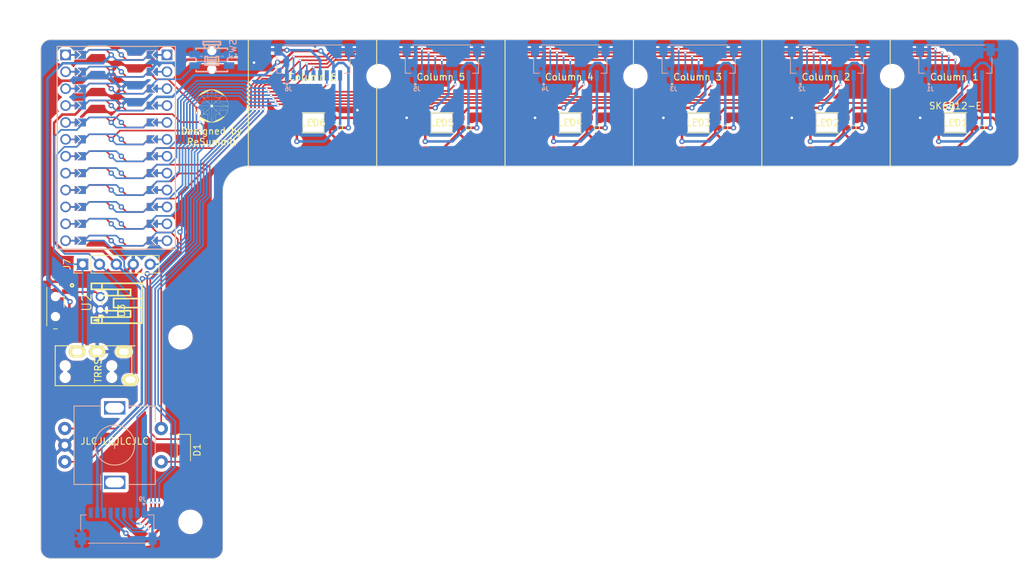
<source format=kicad_pcb>
(kicad_pcb (version 20221018) (generator pcbnew)
  (layers (0 "F.Cu" signal) (31 "B.Cu" signal) (34 "B.Paste" user) (35 "F.Paste" user) (36 "B.SilkS" user "B.Silkscreen") (37 "F.SilkS" user "F.Silkscreen") (38 "B.Mask" user) (39 "F.Mask" user) (44 "Edge.Cuts" user))
  (net 0 "")
  (net 1 "GND")
  (net 2 "/Row1")
  (net 3 "/Row2")
  (net 4 "/Row3")
  (net 5 "/Row4")
  (net 6 "/V+")
  (net 7 "SCL")
  (net 8 "SDA")
  (net 9 "/RGB_In1")
  (net 10 "/Col_In1")
  (net 11 "/Col_In2")
  (net 12 "/Col_In3")
  (net 13 "/Col_In4")
  (net 14 "/Col_In5")
  (net 15 "/Col_In6")
  (net 16 "/V_bat")
  (net 17 "RESET")
  (net 18 "ENCA")
  (net 19 "ENCB")
  (net 20 "/RGB_Out1")
  (net 21 "/RGB_In2")
  (net 22 "/RGB_Out2")
  (net 23 "/RGB_In3")
  (net 24 "/RGB_Out3")
  (net 25 "/RGB_In4")
  (net 26 "/RGB_Out4")
  (net 27 "/RGB_In5")
  (net 28 "/RGB_Out5")
  (net 29 "/RGB_In6")
  (net 30 "/RGB_Out6")
  (net 32 "/RGB_In7")
  (net 33 "Net-(U2-PadL2)")
  (net 34 "/RowT")
  (net 35 "Net-(D1-A)")
  (net 36 "CS")
  (net 37 "/Col_InT")
  (net 38 "/RGB_Out7")
  (footprint "Seismos-libs:Hole_M3_3.2mm" (layer "F.Cu") (at 51 64.75)
    (fp_text reference "")
    (fp_text value "Hole_M3_3.2mm")
  )
  (footprint "Seismos-libs:RotaryEncoder_Alps_EC11E-Switch_Vertical_H20mm-keebio_modified" (layer "F.Cu") (at 41.11 80.96)
    (fp_text reference "SW1" hide)
    (fp_text value "RotaryEncoder_Switch")
  )
  (footprint "Seismos-libs:MJ-4PP-9" (layer "F.Cu") (at 32.17 69.025 90)
    (fp_text reference "J8")
    (fp_text value "MJ-4PP-9-Lily58" hide)
  )
  (footprint "Connector_PinHeader_2.54mm:PinHeader_1x05_P2.54mm_Vertical" (layer "F.Cu") (at 36.284 53.766 90)
    (fp_text reference "J7")
    (fp_text value "Conn_01x05_Pin")
  )
  (footprint "Seismos-libs:SW_PCM12SMTR" (layer "F.Cu") (at 32.2 60.132 -90)
    (fp_text reference "U2")
    (fp_text value "MSK-12C02_SMD_SPDT_SWITCH")
  )
  (footprint "Seismos-libs:CONN-TH_S2B-PH-K-S-GW" (layer "F.Cu") (at 38.9495 59.632 -90)
    (fp_text reference "U3")
    (fp_text value "S2B-PH-K-S-GW")
  )
  (footprint "Seismos-libs:Hole_M3_3.2mm" (layer "F.Cu") (at 80.8 25.5)
    (fp_text reference "")
    (fp_text value "Hole_M3_3.2mm")
  )
  (footprint "keyboard_reversible:ProMicro" (layer "F.Cu") (at 41.35 36.256 -90)
    (fp_text reference "U1" hide)
    (fp_text value "ProMicro_2-Lily58-cache-Lily58_Pro-rescue")
  )
  (footprint "Seismos-libs:Hole_M3_3.2mm" (layer "F.Cu") (at 158 25.5)
    (fp_text reference "")
    (fp_text value "Hole_M3_3.2mm")
  )
  (footprint "Seismos-libs:Hole_M3_3.2mm" (layer "F.Cu") (at 52.5 92.5 180)
    (fp_text reference "")
    (fp_text value "Hole_M3_3.2mm")
  )
  (footprint "Seismos-libs:ReSummit_Logo" (layer "F.Cu") (at 55.7 29.975)
    (fp_text reference "G***" hide)
    (fp_text value "LOGO" hide)
  )
  (footprint "Seismos-libs:Hole_M3_3.2mm" (layer "F.Cu") (at 119.4 25.5)
    (fp_text reference "")
    (fp_text value "Hole_M3_3.2mm")
  )
  (footprint "Diode_SMD:D_SOD-123" (layer "F.Cu") (at 51.5 81.7 -90)
    (fp_text reference "D1")
    (fp_text value "1N4148W")
  )
  (footprint "Seismos-libs:SK6812-E" (layer "B.Cu") (at 71 32.5)
    (fp_text reference "LED6")
    (fp_text value "SK6812-E")
    (fp_rect (start -1.6256 1.4224) (end 1.5748 -1.4224) (stroke (width 0.12)) (fill none) (layer "Edge.Cuts"))
  )
  (footprint "Seismos-libs:SK6812-E" (layer "B.Cu") (at 167.5 32.5)
    (fp_text reference "LED1")
    (fp_text value "SK6812-E")
    (fp_rect (start -1.6256 1.4224) (end 1.5748 -1.4224) (stroke (width 0.12)) (fill none) (layer "Edge.Cuts"))
  )
  (footprint "Seismos-libs:JST_SM09B-SRSS-TB(LF)(SN)" (layer "B.Cu") (at 71 21.5)
    (fp_text reference "J6")
    (fp_text value "SM09B-SRSS-TB(LF)(SN)")
  )
  (footprint "Seismos-libs:SK6812-E" (layer "B.Cu") (at 128.9 32.5)
    (fp_text reference "LED3")
    (fp_text value "SK6812-E")
    (fp_rect (start -1.6256 1.4224) (end 1.5748 -1.4224) (stroke (width 0.12)) (fill none) (layer "Edge.Cuts"))
  )
  (footprint "Seismos-libs:SK6812-E" (layer "B.Cu") (at 109.6 32.5)
    (fp_text reference "LED4")
    (fp_text value "SK6812-E")
    (fp_rect (start -1.6256 1.4224) (end 1.5748 -1.4224) (stroke (width 0.12)) (fill none) (layer "Edge.Cuts"))
  )
  (footprint "Seismos-libs:JST_SM09B-SRSS-TB(LF)(SN)" (layer "B.Cu") (at 90.3 21.5)
    (fp_text reference "J5")
    (fp_text value "SM09B-SRSS-TB(LF)(SN)" hide)
  )
  (footprint "Seismos-libs:SW-SMD_EVQPUD02K" (layer "B.Cu") (at 55.7125 23.0495 90)
    (fp_text reference "SW3")
    (fp_text value "EVQPUC02K")
  )
  (footprint "Seismos-libs:JST_SM09B-SRSS-TB(LF)(SN)" (layer "B.Cu") (at 41.5 95 180)
    (fp_text reference "J9")
    (fp_text value "SM09B-SRSS-TB(LF)(SN)")
  )
  (footprint "Seismos-libs:SK6812-E" (layer "B.Cu") (at 148.2 32.5)
    (fp_text reference "LED2")
    (fp_text value "SK6812-E")
    (fp_rect (start -1.6256 1.4224) (end 1.5748 -1.4224) (stroke (width 0.12)) (fill none) (layer "Edge.Cuts"))
  )
  (footprint "Seismos-libs:JST_SM09B-SRSS-TB(LF)(SN)" (layer "B.Cu") (at 167.5 21.5)
    (fp_text reference "J1")
    (fp_text value "SM09B-SRSS-TB(LF)(SN)")
  )
  (footprint "Seismos-libs:JST_SM09B-SRSS-TB(LF)(SN)" (layer "B.Cu") (at 128.9 21.5)
    (fp_text reference "J3")
    (fp_text value "SM09B-SRSS-TB(LF)(SN)" hide)
  )
  (footprint "Seismos-libs:JST_SM09B-SRSS-TB(LF)(SN)" (layer "B.Cu") (at 109.6 21.5)
    (fp_text reference "J4")
    (fp_text value "SM09B-SRSS-TB(LF)(SN)" hide)
  )
  (footprint "Seismos-libs:SK6812-E" (layer "B.Cu") (at 90.3 32.5)
    (fp_text reference "LED5")
    (fp_text value "SK6812-E")
    (fp_rect (start -1.6256 1.4224) (end 1.5748 -1.4224) (stroke (width 0.12)) (fill none) (layer "Edge.Cuts"))
  )
  (footprint "Seismos-libs:JST_SM09B-SRSS-TB(LF)(SN)" (layer "B.Cu") (at 148.2 21.5)
    (fp_text reference "J2")
    (fp_text value "SM09B-SRSS-TB(LF)(SN)" hide)
  )
  (gr_line (start 61.2 20) (end 61.2 39) (stroke (width 0.15)) (layer "F.SilkS"))
  (gr_line (start 80.5 20) (end 80.5 39) (stroke (width 0.15)) (layer "F.SilkS"))
  (gr_line (start 119.1 20) (end 119.1 39) (stroke (width 0.15)) (layer "F.SilkS"))
  (gr_line (start 99.8 20) (end 99.8 39) (stroke (width 0.15)) (layer "F.SilkS"))
  (gr_line (start 157.7 20) (end 157.7 39) (stroke (width 0.15)) (layer "F.SilkS"))
  (gr_line (start 138.4 20) (end 138.4 39) (stroke (width 0.15)) (layer "F.SilkS"))
  (gr_line (start 57.366 96.5) (end 57.366 42.81) (stroke (width 0.1)) (layer "Edge.Cuts"))
  (gr_line (start 55.866 98) (end 31.5 98) (stroke (width 0.1)) (layer "Edge.Cuts"))
  (gr_line (start 30 96.5) (end 30 21.5) (stroke (width 0.1)) (layer "Edge.Cuts"))
  (gr_arc (start 30 21.5) (mid 30.43934 20.43934) (end 31.5 20) (stroke (width 0.1)) (layer "Edge.Cuts"))
  (gr_arc (start 57.366 96.5) (mid 56.92666 97.56066) (end 55.866 98) (stroke (width 0.1)) (layer "Edge.Cuts"))
  (gr_line (start 175.5 39) (end 61.176 39) (stroke (width 0.1)) (layer "Edge.Cuts"))
  (gr_arc (start 177 37.5) (mid 176.56066 38.56066) (end 175.5 39) (stroke (width 0.1)) (layer "Edge.Cuts"))
  (gr_arc (start 175.5 20) (mid 176.56066 20.43934) (end 177 21.5) (stroke (width 0.1)) (layer "Edge.Cuts"))
  (gr_arc (start 31.5 98) (mid 30.43934 97.56066) (end 30 96.5) (stroke (width 0.1)) (layer "Edge.Cuts"))
  (gr_arc (start 57.366 42.81) (mid 58.481923 40.115923) (end 61.176 39) (stroke (width 0.1)) (layer "Edge.Cuts"))
  (gr_line (start 31.5 20) (end 175.5 20) (stroke (width 0.1)) (layer "Edge.Cuts"))
  (gr_line (start 177 21.5) (end 177 37.5) (stroke (width 0.1)) (layer "Edge.Cuts"))
  (gr_text "Column 4" (at 109.45 26.2) (layer "F.SilkS") (effects (font (size 1 1)) (justify bottom)))
  (gr_text "Column 5" (at 90.15 26.2) (layer "F.SilkS") (effects (font (size 1 1)) (justify bottom)))
  (gr_text "Column 2" (at 148.05 26.2) (layer "F.SilkS") (effects (font (size 1 1)) (justify bottom)))
  (gr_text "Column 3" (at 128.75 26.2) (layer "F.SilkS") (effects (font (size 1 1)) (justify bottom)))
  (gr_text "Column 1" (at 167.35 26.2) (layer "F.SilkS") (effects (font (size 1 1)) (justify bottom)))
  (gr_text "Column 6" (at 70.85 26.2) (layer "F.SilkS") (effects (font (size 1 1)) (justify bottom)))
  (gr_text "JLCJLCJLCJLC" (at 41.11 80.96) (layer "F.SilkS") (effects (font (size 1 1)) (justify bottom)))
  (gr_text "Designed by\nReSummit" (at 55.675 35.95) (layer "F.SilkS") (effects (font (size 1 1)) (justify bottom)))
  (segment (start 35.6495 63.932) (end 33.325 63.932) (width 0.381) (layer "F.Cu") (net 1))
  (segment (start 31.075 56.382) (end 31.075 63.882) (width 0.381) (layer "F.Cu") (net 1))
  (segment (start 69.956092 30.2265) (end 68.5 31.682592) (width 0.381) (layer "F.Cu") (net 1))
  (segment (start 31.8 75.6) (end 31.8 79.15) (width 0.381) (layer "F.Cu") (net 1))
  (segment (start 33.8 73.6) (end 31.8 75.6) (width 0.381) (layer "F.Cu") (net 1))
  (segment (start 38.9495 60.632) (end 35.6495 63.932) (width 0.381) (layer "F.Cu") (net 1))
  (segment (start 68.5 31.682592) (end 68.5 31.75) (width 0.381) (layer "F.Cu") (net 1))
  (segment (start 142.9052 31.75) (end 145.7 31.75) (width 0.381) (layer "F.Cu") (net 1))
  (segment (start 104.3052 31.75) (end 107.1 31.75) (width 0.381) (layer "F.Cu") (net 1))
  (segment (start 43.904 53.766) (end 43.904 55.6775) (width 0.381) (layer "F.Cu") (net 1))
  (segment (start 42.6635 55.0065) (end 34.6065 55.0065) (width 0.381) (layer "F.Cu") (net 1))
  (segment (start 33.325 56.332) (end 43.2495 56.332) (width 0.381) (layer "F.Cu") (net 1))
  (segment (start 43.904 53.766) (end 42.6635 55.0065) (width 0.381) (layer "F.Cu") (net 1))
  (segment (start 123.6052 31.75) (end 126.4 31.75) (width 0.381) (layer "F.Cu") (net 1))
  (segment (start 43.2495 56.332) (end 43.904 55.6775) (width 0.381) (layer "F.Cu") (net 1))
  (segment (start 31.8 79.15) (end 33.61 80.96) (width 0.381) (layer "F.Cu") (net 1))
  (segment (start 33.95 62.997) (end 33.165 63.782) (width 0.381) (layer "F.Cu") (net 1))
  (segment (start 31.125 63.932) (end 31.075 63.882) (width 0.381) (layer "F.Cu") (net 1))
  (segment (start 38.47 71.125) (end 35.995 73.6) (width 0.381) (layer "F.Cu") (net 1))
  (segment (start 77.2265 30.2265) (end 69.956092 30.2265) (width 0.381) (layer "F.Cu") (net 1))
  (segment (start 43.904 55.6775) (end 38.9495 60.632) (width 0.381) (layer "F.Cu") (net 1))
  (segment (start 33.95 62.382) (end 33.95 62.997) (width 0.381) (layer "F.Cu") (net 1))
  (segment (start 38.47 61.1115) (end 38.9495 60.632) (width 0.381) (layer "F.Cu") (net 1))
  (segment (start 162.2052 31.75) (end 165 31.75) (width 0.381) (layer "F.Cu") (net 1))
  (segment (start 31.4 28.012378) (end 33.236878 26.1755) (width 0.381) (layer "F.Cu") (net 1))
  (segment (start 38.47 71.125) (end 38.47 61.1115) (width 0.381) (layer "F.Cu") (net 1))
  (segment (start 34.6065 55.0065) (end 31.4 51.8) (width 0.381) (layer "F.Cu") (net 1))
  (segment (start 33.325 63.932) (end 31.125 63.932) (width 0.381) (layer "F.Cu") (net 1))
  (segment (start 33.236878 26.1755) (end 35.1745 26.1755) (width 0.381) (layer "F.Cu") (net 1))
  (segment (start 35.995 73.6) (end 33.8 73.6) (width 0.381) (layer "F.Cu") (net 1))
  (segment (start 85.0052 31.75) (end 87.8 31.75) (width 0.381) (layer "F.Cu") (net 1))
  (segment (start 31.4 51.8) (end 31.4 28.012378) (width 0.381) (layer "F.Cu") (net 1))
  (segment (start 33.275 56.382) (end 33.325 56.332) (width 0.381) (layer "F.Cu") (net 1))
  (segment (start 31.075 56.382) (end 33.275 56.382) (width 0.381) (layer "F.Cu") (net 1))
  (segment (start 35.1745 26.1755) (end 36.524 24.826) (width 0.381) (layer "F.Cu") (net 1))
  (segment (start 77.6 30.6) (end 77.2265 30.2265) (width 0.381) (layer "F.Cu") (net 1))
  (via (at 142.9052 31.75) (size 0.8) (drill 0.4) (layers "F.Cu" "B.Cu") (net 1))
  (via (at 62.05 23.45) (size 0.8) (drill 0.4) (layers "F.Cu" "B.Cu") (net 1))
  (via (at 123.6052 31.75) (size 0.8) (drill 0.4) (layers "F.Cu" "B.Cu") (net 1))
  (via (at 162.2052 31.75) (size 0.8) (drill 0.4) (layers "F.Cu" "B.Cu") (net 1))
  (via (at 55.7 29.975) (size 0.8) (drill 0.4) (layers "F.Cu" "B.Cu") (net 1))
  (via (at 77.6 30.6) (size 0.8) (drill 0.4) (layers "F.Cu" "B.Cu") (net 1))
  (via (at 104.3052 31.75) (size 0.8) (drill 0.4) (layers "F.Cu" "B.Cu") (net 1))
  (via (at 85.0052 31.75) (size 0.8) (drill 0.4) (layers "F.Cu" "B.Cu") (net 1))
  (segment (start 51.8005 22.1995) (end 50.5235 23.4765) (width 0.381) (layer "B.Cu") (net 1))
  (segment (start 50.5235 23.4765) (end 47.5255 23.4765) (width 0.381) (layer "B.Cu") (net 1))
  (segment (start 162.2033 24.0783) (end 162.2033 24.075) (width 0.381) (layer "B.Cu") (net 1))
  (segment (start 142.9033 21.5007) (end 142.9033 31.7481) (width 0.381) (layer "B.Cu") (net 1))
  (segment (start 36.2 95) (end 46.8 95) (width 0.381) (layer "B.Cu") (net 1))
  (segment (start 53.6125 22.6995) (end 53.1125 22.1995) (width 0.381) (layer "B.Cu") (net 1))
  (segment (start 77.6 22.8) (end 76.3 21.5) (width 0.381) (layer "B.Cu") (net 1))
  (segment (start 59.712 20.8) (end 172.1 20.8) (width 0.381) (layer "B.Cu") (net 1))
  (segment (start 40.588 25.842) (end 42.112 27.366) (width 0.381) (layer "B.Cu") (net 1))
  (segment (start 40.588 24.826) (end 40.588 25.842) (width 0.381) (layer "B.Cu") (net 1))
  (segment (start 32.2195 82.3505) (end 33.61 80.96) (width 0.381) (layer "B.Cu") (net 1))
  (segment (start 51.8005 22.1995) (end 53.1125 22.1995) (width 0.381) (layer "B.Cu") (net 1))
  (segment (start 67 25.375) (end 67 22.8) (width 0.381) (layer "B.Cu") (net 1))
  (segment (start 46.8 95) (end 46.8 92.425) (width 0.381) (layer "B.Cu") (net 1))
  (segment (start 123.6033 21.5007) (end 123.6033 31.7481) (width 0.381) (layer "B.Cu") (net 1))
  (segment (start 85.0033 21.5007) (end 85.0033 31.7481) (width 0.381) (layer "B.Cu") (net 1))
  (segment (start 144.2 25.375) (end 142.9033 24.0783) (width 0.381) (layer "B.Cu") (net 1))
  (segment (start 105.6 25.375) (end 104.3033 24.0783) (width 0.381) (layer "B.Cu") (net 1))
  (segment (start 163.5 25.375) (end 162.2033 24.0783) (width 0.381) (layer "B.Cu") (net 1))
  (segment (start 46.8 92.425) (end 45.5 91.125) (width 0.381) (layer "B.Cu") (net 1))
  (segment (start 77.6 30.6) (end 77.6 22.8) (width 0.381) (layer "B.Cu") (net 1))
  (segment (start 58.6095 22.54) (end 58.95 22.1995) (width 0.381) (layer "B.Cu") (net 1))
  (segment (start 124.9 25.375) (end 123.6033 24.0783) (width 0.381) (layer "B.Cu") (net 1))
  (segment (start 36.524 27.366) (end 36.524 29.906) (width 0.381) (layer "B.Cu") (net 1))
  (segment (start 162.2033 24.075) (end 162.2033 31.7481) (width 0.381) (layer "B.Cu") (net 1))
  (segment (start 57.8125 22.6995) (end 53.6125 22.6995) (width 0.381) (layer "B.Cu") (net 1))
  (segment (start 58.3125 22.1995) (end 57.8125 22.6995) (width 0.381) (layer "B.Cu") (net 1))
  (segment (start 67 22.8) (end 65.7 21.5) (width 0.381) (layer "B.Cu") (net 1))
  (segment (start 104.3033 21.5007) (end 104.3033 31.7481) (width 0.381) (layer "B.Cu") (net 1))
  (segment (start 86.3 25.375) (end 85.0033 24.0783) (width 0.381) (layer "B.Cu") (net 1))
  (segment (start 36.2 95) (end 32.2195 91.0195) (width 0.381) (layer "B.Cu") (net 1))
  (segment (start 172.1 20.8) (end 172.8 21.5) (width 0.381) (layer "B.Cu") (net 1))
  (segment (start 162.2033 21.5007) (end 162.2033 24.075) (width 0.381) (layer "B.Cu") (net 1))
  (segment (start 58.3125 22.1995) (end 59.712 20.8) (width 0.381) (layer "B.Cu") (net 1))
  (segment (start 32.2195 91.0195) (end 32.2195 82.3505) (width 0.381) (layer "B.Cu") (net 1))
  (segment (start 47.5255 23.4765) (end 46.176 24.826) (width 0.381) (layer "B.Cu") (net 1))
  (segment (start 125.9 21.4) (end 125.927 21.373) (width 0.254) (layer "F.Cu") (net 2))
  (segment (start 72.823844 22.55) (end 73.973844 21.4) (width 0.254) (layer "F.Cu") (net 2))
  (segment (start 68 22.55) (end 65.136 25.414) (width 0.254) (layer "F.Cu") (net 2))
  (segment (start 106.627 21.373) (end 125.873 21.373) (width 0.254) (layer "F.Cu") (net 2))
  (segment (start 145.227 21.373) (end 164.473 21.373) (width 0.254) (layer "F.Cu") (net 2))
  (segment (start 164.473 21.373) (end 164.5 21.4) (width 0.254) (layer "F.Cu") (net 2))
  (segment (start 68 22.55) (end 72.823844 22.55) (width 0.254) (layer "F.Cu") (net 2))
  (segment (start 61.601491 30.672353) (end 55.973844 36.3) (width 0.254) (layer "F.Cu") (net 2))
  (segment (start 47.402 36.3) (end 46.176 37.526) (width 0.254) (layer "F.Cu") (net 2))
  (segment (start 87.327 21.373) (end 106.573 21.373) (width 0.254) (layer "F.Cu") (net 2))
  (segment (start 106.6 21.4) (end 106.627 21.373) (width 0.254) (layer "F.Cu") (net 2))
  (segment (start 145.2 21.4) (end 145.227 21.373) (width 0.254) (layer "F.Cu") (net 2))
  (segment (start 125.927 21.373) (end 145.173 21.373) (width 0.254) (layer "F.Cu") (net 2))
  (segment (start 73.973844 21.4) (end 87.3 21.4) (width 0.254) (layer "F.Cu") (net 2))
  (segment (start 65.136 25.414) (end 63.140501 25.414) (width 0.254) (layer "F.Cu") (net 2))
  (segment (start 61.601491 30.441891) (end 61.601491 30.672353) (width 0.254) (layer "F.Cu") (net 2))
  (segment (start 55.973844 36.3) (end 47.402 36.3) (width 0.254) (layer "F.Cu") (net 2))
  (segment (start 63.140501 25.414) (end 61.601491 26.95301) (width 0.254) (layer "F.Cu") (net 2))
  (segment (start 87.3 21.4) (end 87.327 21.373) (width 0.254) (layer "F.Cu") (net 2))
  (segment (start 61.601491 26.95301) (end 61.601491 30.441891) (width 0.254) (layer "F.Cu") (net 2))
  (via (at 125.9 21.4) (size 0.4) (drill 0.3) (layers "F.Cu" "B.Cu") (net 2))
  (via (at 87.3 21.4) (size 0.4) (drill 0.3) (layers "F.Cu" "B.Cu") (net 2))
  (via (at 61.601491 30.441891) (size 0.4) (drill 0.3) (layers "F.Cu" "B.Cu") (net 2))
  (via (at 68 22.55) (size 0.4) (drill 0.3) (layers "F.Cu" "B.Cu") (net 2))
  (via (at 106.6 21.4) (size 0.4) (drill 0.3) (layers "F.Cu" "B.Cu") (net 2))
  (via (at 145.2 21.4) (size 0.4) (drill 0.3) (layers "F.Cu" "B.Cu") (net 2))
  (via (at 164.5 21.4) (size 0.4) (drill 0.3) (layers "F.Cu" "B.Cu") (net 2))
  (segment (start 44.5 91.125) (end 44.5 76.724908) (width 0.254) (layer "B.Cu") (net 2))
  (segment (start 46.2 75.024908) (end 46.2 57.138239) (width 0.254) (layer "B.Cu") (net 2))
  (segment (start 87.3 25.375) (end 87.3 21.4) (width 0.254) (layer "B.Cu") (net 2))
  (segment (start 145.2 25.375) (end 145.2 21.4) (width 0.254) (layer "B.Cu") (net 2))
  (segment (start 164.5 25.375) (end 164.5 21.4) (width 0.254) (layer "B.Cu") (net 2))
  (segment (start 44.5 76.724908) (end 46.2 75.024908) (width 0.254) (layer "B.Cu") (net 2))
  (segment (start 53.016 44.006133) (end 54.032 42.990138) (width 0.254) (layer "B.Cu") (net 2))
  (segment (start 106.6 25.375) (end 106.6 21.4) (width 0.254) (layer "B.Cu") (net 2))
  (segment (start 46.2 57.138239) (end 53.016 50.322239) (width 0.254) (layer "B.Cu") (net 2))
  (segment (start 53.016 50.322239) (end 53.016 44.006133) (width 0.254) (layer "B.Cu") (net 2))
  (segment (start 61.601491 30.672353) (end 61.601491 30.441891) (width 0.254) (layer "B.Cu") (net 2))
  (segment (start 125.9 25.375) (end 125.9 21.4) (width 0.254) (layer "B.Cu") (net 2))
  (segment (start 54.032 38.241844) (end 61.601491 30.672353) (width 0.254) (layer "B.Cu") (net 2))
  (segment (start 68 22.55) (end 68 25.375) (width 0.254) (layer "B.Cu") (net 2))
  (segment (start 54.032 42.990138) (end 54.032 38.241844) (width 0.254) (layer "B.Cu") (net 2))
  (segment (start 63.328553 25.868) (end 66.232 25.868) (width 0.254) (layer "F.Cu") (net 3))
  (segment (start 62.200994 30.441891) (end 62.200994 26.995559) (width 0.254) (layer "F.Cu") (net 3))
  (segment (start 72.915896 23.1) (end 74.088896 21.927) (width 0.254) (layer "F.Cu") (net 3))
  (segment (start 88.277 21.927) (end 88.3 21.95) (width 0.254) (layer "F.Cu") (net 3))
  (segment (start 66.232 25.868) (end 69 23.1) (width 0.254) (layer "F.Cu") (net 3))
  (segment (start 74.088896 21.927) (end 88.277 21.927) (width 0.254) (layer "F.Cu") (net 3))
  (segment (start 107.6 21.95) (end 126.9 21.95) (width 0.254) (layer "F.Cu") (net 3))
  (segment (start 47.442 38.8) (end 46.176 40.066) (width 0.254) (layer "F.Cu") (net 3))
  (segment (start 46.6 91.1455) (end 46.6 89.6) (width 0.254) (layer "F.Cu") (net 3))
  (segment (start 62.200994 26.995559) (end 63.328553 25.868) (width 0.254) (layer "F.Cu") (net 3))
  (segment (start 88.3 21.95) (end 107.6 21.95) (width 0.254) (layer "F.Cu") (net 3))
  (segment (start 126.9 21.95) (end 146.2 21.95) (width 0.254) (layer "F.Cu") (net 3))
  (segment (start 69 23.1) (end 72.915896 23.1) (width 0.254) (layer "F.Cu") (net 3))
  (segment (start 54.115896 38.8) (end 47.442 38.8) (width 0.254) (layer "F.Cu") (net 3))
  (segment (start 146.2 21.95) (end 165.5 21.95) (width 0.254) (layer "F.Cu") (net 3))
  (segment (start 62.200994 30.714902) (end 54.115896 38.8) (width 0.254) (layer "F.Cu") (net 3))
  (segment (start 62.200994 30.441891) (end 62.200994 30.714902) (width 0.254) (layer "F.Cu") (net 3))
  (segment (start 44.99775 92.74775) (end 46.6 91.1455) (width 0.254) (layer "F.Cu") (net 3))
  (via (at 146.2 21.95) (size 0.4) (drill 0.3) (layers "F.Cu" "B.Cu") (net 3))
  (via (at 165.5 21.95) (size 0.4) (drill 0.3) (layers "F.Cu" "B.Cu") (net 3))
  (via (at 62.200994 30.441891) (size 0.4) (drill 0.3) (layers "F.Cu" "B.Cu") (net 3))
  (via (at 126.9 21.95) (size 0.4) (drill 0.3) (layers "F.Cu" "B.Cu") (net 3))
  (via (at 44.99775 92.74775) (size 0.4) (drill 0.3) (layers "F.Cu" "B.Cu") (net 3))
  (via (at 107.6 21.95) (size 0.4) (drill 0.3) (layers "F.Cu" "B.Cu") (net 3))
  (via (at 88.3 21.95) (size 0.4) (drill 0.3) (layers "F.Cu" "B.Cu") (net 3))
  (via (at 69 23.1) (size 0.4) (drill 0.3) (layers "F.Cu" "B.Cu") (net 3))
  (via (at 46.6 89.6) (size 0.4) (drill 0.3) (layers "F.Cu" "B.Cu") (net 3))
  (segment (start 46.654 75.212961) (end 46.654 57.326291) (width 0.254) (layer "B.Cu") (net 3))
  (segment (start 44.99775 92.74775) (end 44.09375 92.74775) (width 0.254) (layer "B.Cu") (net 3))
  (segment (start 43.5 92.154) (end 43.5 91.125) (width 0.254) (layer "B.Cu") (net 3))
  (segment (start 46.654 57.326291) (end 53.47 50.510291) (width 0.254) (layer "B.Cu") (net 3))
  (segment (start 46.6 89.6) (end 46.6 75.266961) (width 0.254) (layer "B.Cu") (net 3))
  (segment (start 62.200994 30.714902) (end 62.200994 30.441891) (width 0.254) (layer "B.Cu") (net 3))
  (segment (start 88.3 25.375) (end 88.3 21.95) (width 0.254) (layer "B.Cu") (net 3))
  (segment (start 146.2 25.375) (end 146.2 21.95) (width 0.254) (layer "B.Cu") (net 3))
  (segment (start 69 23.1) (end 69 25.375) (width 0.254) (layer "B.Cu") (net 3))
  (segment (start 53.47 50.510291) (end 53.47 44.194191) (width 0.254) (layer "B.Cu") (net 3))
  (segment (start 53.47 44.194191) (end 54.486 43.178191) (width 0.254) (layer "B.Cu") (net 3))
  (segment (start 126.9 25.375) (end 126.9 21.95) (width 0.254) (layer "B.Cu") (net 3))
  (segment (start 44.09375 92.74775) (end 43.5 92.154) (width 0.254) (layer "B.Cu") (net 3))
  (segment (start 46.6 75.266961) (end 46.654 75.212961) (width 0.254) (layer "B.Cu") (net 3))
  (segment (start 54.486 43.178191) (end 54.486 38.429896) (width 0.254) (layer "B.Cu") (net 3))
  (segment (start 165.5 25.375) (end 165.5 21.95) (width 0.254) (layer "B.Cu") (net 3))
  (segment (start 107.6 25.375) (end 107.6 21.95) (width 0.254) (layer "B.Cu") (net 3))
  (segment (start 54.486 38.429896) (end 62.200994 30.714902) (width 0.254) (layer "B.Cu") (net 3))
  (segment (start 74.157948 22.5) (end 89.3 22.5) (width 0.254) (layer "F.Cu") (net 4))
  (segment (start 47.482 41.3) (end 46.176 42.606) (width 0.254) (layer "F.Cu") (net 4))
  (segment (start 62.800497 30.757451) (end 53.442129 40.115819) (width 0.254) (layer "F.Cu") (net 4))
  (segment (start 89.3 22.5) (end 108.6 22.5) (width 0.254) (layer "F.Cu") (net 4))
  (segment (start 62.800497 27.038108) (end 62.800497 30.441891) (width 0.254) (layer "F.Cu") (net 4))
  (segment (start 70 23.6265) (end 73.031448 23.6265) (width 0.254) (layer "F.Cu") (net 4))
  (segment (start 53.442129 40.115819) (end 50.8 40.115819) (width 0.254) (layer "F.Cu") (net 4))
  (segment (start 108.6 22.5) (end 127.9 22.5) (width 0.254) (layer "F.Cu") (net 4))
  (segment (start 67.3045 26.322) (end 63.516605 26.322) (width 0.254) (layer "F.Cu") (net 4))
  (segment (start 47.2 91.5) (end 47.2 89.6) (width 0.254) (layer "F.Cu") (net 4))
  (segment (start 49.615819 41.3) (end 47.482 41.3) (width 0.254) (layer "F.Cu") (net 4))
  (segment (start 50.8 40.115819) (end 49.615819 41.3) (width 0.254) (layer "F.Cu") (net 4))
  (segment (start 45.6 93.1) (end 47.2 91.5) (width 0.254) (layer "F.Cu") (net 4))
  (segment (start 147.2 22.5) (end 166.5 22.5) (width 0.254) (layer "F.Cu") (net 4))
  (segment (start 70 23.6265) (end 67.3045 26.322) (width 0.254) (layer "F.Cu") (net 4))
  (segment (start 127.9 22.5) (end 147.2 22.5) (width 0.254) (layer "F.Cu") (net 4))
  (segment (start 73.031448 23.6265) (end 74.157948 22.5) (width 0.254) (layer "F.Cu") (net 4))
  (segment (start 62.800497 30.757451) (end 62.800497 30.441891) (width 0.254) (layer "F.Cu") (net 4))
  (segment (start 63.516605 26.322) (end 62.800497 27.038108) (width 0.254) (layer "F.Cu") (net 4))
  (via (at 108.6 22.5) (size 0.4) (drill 0.3) (layers "F.Cu" "B.Cu") (net 4))
  (via (at 147.2 22.5) (size 0.4) (drill 0.3) (layers "F.Cu" "B.Cu") (net 4))
  (via (at 62.800497 30.441891) (size 0.4) (drill 0.3) (layers "F.Cu" "B.Cu") (net 4))
  (via (at 166.5 22.5) (size 0.4) (drill 0.3) (layers "F.Cu" "B.Cu") (net 4))
  (via (at 47.2 89.6) (size 0.4) (drill 0.3) (layers "F.Cu" "B.Cu") (net 4))
  (via (at 127.9 22.5) (size 0.4) (drill 0.3) (layers "F.Cu" "B.Cu") (net 4))
  (via (at 89.3 22.5) (size 0.4) (drill 0.3) (layers "F.Cu" "B.Cu") (net 4))
  (via (at 70 23.6265) (size 0.4) (drill 0.3) (layers "F.Cu" "B.Cu") (net 4))
  (via (at 45.6 93.1) (size 0.4) (drill 0.3) (layers "F.Cu" "B.Cu") (net 4))
  (segment (start 53.924 50.698343) (end 47.2 57.422343) (width 0.254) (layer "B.Cu") (net 4))
  (segment (start 49.6 77.6) (end 49.6 84.2) (width 0.254) (layer "B.Cu") (net 4))
  (segment (start 62.800497 30.757451) (end 54.94 38.617948) (width 0.254) (layer "B.Cu") (net 4))
  (segment (start 54.94 38.617948) (end 54.94 43.366244) (width 0.254) (layer "B.Cu") (net 4))
  (segment (start 147.2 25.375) (end 147.2 22.5) (width 0.254) (layer "B.Cu") (net 4))
  (segment (start 47.2 57.422343) (end 47.2 75.2) (width 0.254) (layer "B.Cu") (net 4))
  (segment (start 62.800497 30.441891) (end 62.800497 30.757451) (width 0.254) (layer "B.Cu") (net 4))
  (segment (start 42.5 92.154) (end 42.5 91.125) (width 0.254) (layer "B.Cu") (net 4))
  (segment (start 45.6 93.1) (end 45.169 93.531) (width 0.254) (layer "B.Cu") (net 4))
  (segment (start 53.924 44.382243) (end 53.924 50.698343) (width 0.254) (layer "B.Cu") (net 4))
  (segment (start 49.6 84.2) (end 47.2 86.6) (width 0.254) (layer "B.Cu") (net 4))
  (segment (start 43.877 93.531) (end 42.5 92.154) (width 0.254) (layer "B.Cu") (net 4))
  (segment (start 127.9 25.375) (end 127.9 22.5) (width 0.254) (layer "B.Cu") (net 4))
  (segment (start 47.2 86.6) (end 47.2 89.6) (width 0.254) (layer "B.Cu") (net 4))
  (segment (start 47.2 75.2) (end 49.6 77.6) (width 0.254) (layer "B.Cu") (net 4))
  (segment (start 54.94 43.366244) (end 53.924 44.382243) (width 0.254) (layer "B.Cu") (net 4))
  (segment (start 89.3 25.375) (end 89.3 22.5) (width 0.254) (layer "B.Cu") (net 4))
  (segment (start 166.5 25.375) (end 166.5 22.5) (width 0.254) (layer "B.Cu") (net 4))
  (segment (start 70 23.6265) (end 70 25.375) (width 0.254) (layer "B.Cu") (net 4))
  (segment (start 108.6 25.375) (end 108.6 22.5) (width 0.254) (layer "B.Cu") (net 4))
  (segment (start 45.169 93.531) (end 43.877 93.531) (width 0.254) (layer "B.Cu") (net 4))
  (segment (start 68.377 26.776) (end 71 24.153) (width 0.254) (layer "F.Cu") (net 5))
  (segment (start 63.4 30.441891) (end 63.4 30.8) (width 0.254) (layer "F.Cu") (net 5))
  (segment (start 47.8 91.86) (end 47.8 89.6) (width 0.254) (layer "F.Cu") (net 5))
  (segment (start 167.5 23.05) (end 148.2 23.05) (width 0.254) (layer "F.Cu") (net 5))
  (segment (start 109.6 23.05) (end 90.3 23.05) (width 0.254) (layer "F.Cu") (net 5))
  (segment (start 74.25 23.05) (end 90.3 23.05) (width 0.254) (layer "F.Cu") (net 5))
  (segment (start 63.4 30.441891) (end 63.4 27.080657) (width 0.254) (layer "F.Cu") (net 5))
  (segment (start 63.4 27.080657) (end 63.704657 26.776) (width 0.254) (layer "F.Cu") (net 5))
  (segment (start 63.4 30.8) (end 50.3 43.9) (width 0.254) (layer "F.Cu") (net 5))
  (segment (start 46.21 93.45) (end 47.8 91.86) (width 0.254) (layer "F.Cu") (net 5))
  (segment (start 63.704657 26.776) (end 68.377 26.776) (width 0.254) (layer "F.Cu") (net 5))
  (segment (start 148.2 23.05) (end 128.9 23.05) (width 0.254) (layer "F.Cu") (net 5))
  (segment (start 50.3 43.9) (end 47.422 43.9) (width 0.254) (layer "F.Cu") (net 5))
  (segment (start 47.422 43.9) (end 46.176 45.146) (width 0.254) (layer "F.Cu") (net 5))
  (segment (start 128.9 23.05) (end 109.6 23.05) (width 0.254) (layer "F.Cu") (net 5))
  (segment (start 73.147 24.153) (end 74.25 23.05) (width 0.254) (layer "F.Cu") (net 5))
  (segment (start 71 24.153) (end 73.147 24.153) (width 0.254) (layer "F.Cu") (net 5))
  (via (at 90.3 23.05) (size 0.4) (drill 0.3) (layers "F.Cu" "B.Cu") (net 5))
  (via (at 47.8 89.6) (size 0.4) (drill 0.3) (layers "F.Cu" "B.Cu") (net 5))
  (via (at 63.4 30.441891) (size 0.4) (drill 0.3) (layers "F.Cu" "B.Cu") (net 5))
  (via (at 167.5 23.05) (size 0.4) (drill 0.3) (layers "F.Cu" "B.Cu") (net 5))
  (via (at 71 24.153) (size 0.4) (drill 0.3) (layers "F.Cu" "B.Cu") (net 5))
  (via (at 109.6 23.05) (size 0.4) (drill 0.3) (layers "F.Cu" "B.Cu") (net 5))
  (via (at 46.21 93.45) (size 0.4) (drill 0.3) (layers "F.Cu" "B.Cu") (net 5))
  (via (at 128.9 23.05) (size 0.4) (drill 0.3) (layers "F.Cu" "B.Cu") (net 5))
  (via (at 148.2 23.05) (size 0.4) (drill 0.3) (layers "F.Cu" "B.Cu") (net 5))
  (segment (start 47.8 86.642052) (end 47.8 89.6) (width 0.254) (layer "B.Cu") (net 5))
  (segment (start 55.394 43.554298) (end 54.378 44.570296) (width 0.254) (layer "B.Cu") (net 5))
  (segment (start 109.6 25.375) (end 109.6 23.05) (width 0.254) (layer "B.Cu") (net 5))
  (segment (start 55.394 38.806) (end 55.394 43.554298) (width 0.254) (layer "B.Cu") (net 5))
  (segment (start 47.654 57.610395) (end 47.654 74.854) (width 0.254) (layer "B.Cu") (net 5))
  (segment (start 71 25.375) (end 71 24.153) (width 0.254) (layer "B.Cu") (net 5))
  (segment (start 45.675 93.985) (end 43.631 93.985) (width 0.254) (layer "B.Cu") (net 5))
  (segment (start 50.2 77.4) (end 50.2 84.242052) (width 0.254) (layer "B.Cu") (net 5))
  (segment (start 128.9 25.375) (end 128.9 23.05) (width 0.254) (layer "B.Cu") (net 5))
  (segment (start 63.4 30.8) (end 55.394 38.806) (width 0.254) (layer "B.Cu") (net 5))
  (segment (start 63.4 30.441891) (end 63.4 30.8) (width 0.254) (layer "B.Cu") (net 5))
  (segment (start 90.3 25.375) (end 90.3 23.05) (width 0.254) (layer "B.Cu") (net 5))
  (segment (start 43.631 93.985) (end 41.5 91.854) (width 0.254) (layer "B.Cu") (net 5))
  (segment (start 148.2 25.375) (end 148.2 23.05) (width 0.254) (layer "B.Cu") (net 5))
  (segment (start 46.21 93.45) (end 45.675 93.985) (width 0.254) (layer "B.Cu") (net 5))
  (segment (start 41.5 91.854) (end 41.5 91.125) (width 0.254) (layer "B.Cu") (net 5))
  (segment (start 47.654 74.854) (end 50.2 77.4) (width 0.254) (layer "B.Cu") (net 5))
  (segment (start 167.5 25.375) (end 167.5 23.05) (width 0.254) (layer "B.Cu") (net 5))
  (segment (start 54.378 50.886395) (end 47.654 57.610395) (width 0.254) (layer "B.Cu") (net 5))
  (segment (start 54.378 44.570296) (end 54.378 50.886395) (width 0.254) (layer "B.Cu") (net 5))
  (segment (start 50.2 84.242052) (end 47.8 86.642052) (width 0.254) (layer "B.Cu") (net 5))
  (segment (start 112.1 33.9988) (end 112.1 33.25) (width 0.381) (layer "F.Cu") (net 6))
  (segment (start 75.7481 36.2507) (end 73.4981 34.0007) (width 0.381) (layer "F.Cu") (net 6))
  (segment (start 112.1007 33.2507) (end 112.1 33.25) (width 0.381) (layer "F.Cu") (net 6))
  (segment (start 148.4867 36.2507) (end 133.6481 36.2507) (width 0.381) (layer "F.Cu") (net 6))
  (segment (start 172.7481 33.2507) (end 170.0007 33.2507) (width 0.381) (layer "F.Cu") (net 6))
  (segment (start 32 32.492378) (end 33.236878 31.2555) (width 0.381) (layer "F.Cu") (net 6))
  (segment (start 150.7007 33.2507) (end 150.7 33.25) (width 0.381) (layer "F.Cu") (net 6))
  (segment (start 150.7 33.9988) (end 150.7 33.25) (width 0.381) (layer "F.Cu") (net 6))
  (segment (start 33.4 51.8) (end 32 50.4) (width 0.381) (layer "F.Cu") (net 6))
  (segment (start 109.8867 36.2507) (end 95.0481 36.2507) (width 0.381) (layer "F.Cu") (net 6))
  (segment (start 73.5007 33.2507) (end 73.5 33.25) (width 0.381) (layer "F.Cu") (net 6))
  (segment (start 72.1 21.7) (end 68.007936 21.7) (width 0.381) (layer "F.Cu") (net 6))
  (segment (start 73.5 33.9988) (end 73.5 33.25) (width 0.381) (layer "F.Cu") (net 6))
  (segment (start 33.236878 31.2555) (end 35.1745 31.2555) (width 0.381) (layer "F.Cu") (net 6))
  (segment (start 150.6981 34.0007) (end 150.7 33.9988) (width 0.381) (layer "F.Cu") (net 6))
  (segment (start 66.307936 23.4) (end 65.6 23.4) (width 0.381) (layer "F.Cu") (net 6))
  (segment (start 92.7981 34.0007) (end 92.8 33.9988) (width 0.381) (layer "F.Cu") (net 6))
  (segment (start 170 34.0374) (end 170 33.25) (width 0.381) (layer "F.Cu") (net 6))
  (segment (start 167.7867 36.2507) (end 170 34.0374) (width 0.381) (layer "F.Cu") (net 6))
  (segment (start 131.4007 33.2507) (end 131.4 33.25) (width 0.381) (layer "F.Cu") (net 6))
  (segment (start 90.5867 36.2507) (end 92.8 34.0374) (width 0.381) (layer "F.Cu") (net 6))
  (segment (start 152.9481 36.2507) (end 150.6981 34.0007) (width 0.381) (layer "F.Cu") (net 6))
  (segment (start 167.7867 36.2507) (end 152.9481 36.2507) (width 0.381) (layer "F.Cu") (net 6))
  (segment (start 35.1745 31.2555) (end 36.524 29.906) (width 0.381) (layer "F.Cu") (net 6))
  (segment (start 114.3481 36.2507) (end 112.0981 34.0007) (width 0.381) (layer "F.Cu") (net 6))
  (segment (start 129.1867 36.2507) (end 114.3481 36.2507) (width 0.381) (layer "F.Cu") (net 6))
  (segment (start 148.4867 36.2507) (end 150.7 34.0374) (width 0.381) (layer "F.Cu") (net 6))
  (segment (start 131.3981 34.0007) (end 131.4 33.9988) (width 0.381) (layer "F.Cu") (net 6))
  (segment (start 90.5867 36.2507) (end 75.7481 36.2507) (width 0.381) (layer "F.Cu") (net 6))
  (segment (start 133.6481 36.2507) (end 131.3981 34.0007) (width 0.381) (layer "F.Cu") (net 6))
  (segment (start 131.4 33.9988) (end 131.4 33.25) (width 0.381) (layer "F.Cu") (net 6))
  (segment (start 68.007936 21.7) (end 66.307936 23.4) (width 0.381) (layer "F.Cu") (net 6))
  (segment (start 134.1481 33.2507) (end 131.4007 33.2507) (width 0.381) (layer "F.Cu") (net 6))
  (segment (start 150.7 34.0374) (end 150.7 33.25) (width 0.381) (layer "F.Cu") (net 6))
  (segment (start 112.1 34.0374) (end 112.1 33.25) (width 0.381) (layer "F.Cu") (net 6))
  (segment (start 114.8481 33.2507) (end 112.1007 33.2507) (width 0.381) (layer "F.Cu") (net 6))
  (segment (start 92.8 33.9988) (end 92.8 33.25) (width 0.381) (layer "F.Cu") (net 6))
  (segment (start 73.4981 34.0007) (end 73.5 33.9988) (width 0.381) (layer "F.Cu") (net 6))
  (segment (start 95.5481 33.2507) (end 92.8007 33.2507) (width 0.381) (layer "F.Cu") (net 6))
  (segment (start 112.0981 34.0007) (end 112.1 33.9988) (width 0.381) (layer "F.Cu") (net 6))
  (segment (start 41.364 53.766) (end 39.398 51.8) (width 0.381) (layer "F.Cu") (net 6))
  (segment (start 153.4481 33.2507) (end 150.7007 33.2507) (width 0.381) (layer "F.Cu") (net 6))
  (segment (start 39.398 51.8) (end 33.4 51.8) (width 0.381) (layer "F.Cu") (net 6))
  (segment (start 95.0481 36.2507) (end 92.7981 34.0007) (width 0.381) (layer "F.Cu") (net 6))
  (segment (start 92.8007 33.2507) (end 92.8 33.25) (width 0.381) (layer "F.Cu") (net 6))
  (segment (start 109.8867 36.2507) (end 112.1 34.0374) (width 0.381) (layer "F.Cu") (net 6))
  (segment (start 131.4 34.0374) (end 131.4 33.25) (width 0.381) (layer "F.Cu") (net 6))
  (segment (start 76.2481 33.2507) (end 73.5007 33.2507) (width 0.381) (layer "F.Cu") (net 6))
  (segment (start 32 50.4) (end 32 32.492378) (width 0.381) (layer "F.Cu") (net 6))
  (segment (start 129.1867 36.2507) (end 131.4 34.0374) (width 0.381) (layer "F.Cu") (net 6))
  (segment (start 92.8 34.0374) (end 92.8 33.25) (width 0.381) (layer "F.Cu") (net 6))
  (segment (start 170.0007 33.2507) (end 170 33.25) (width 0.381) (layer "F.Cu") (net 6))
  (via (at 172.7481 33.2507) (size 0.8) (drill 0.4) (layers "F.Cu" "B.Cu") (net 6))
  (via (at 114.8481 33.2507) (size 0.8) (drill 0.4) (layers "F.Cu" "B.Cu") (net 6))
  (via (at 76.2481 33.2507) (size 0.8) (drill 0.4) (layers "F.Cu" "B.Cu") (net 6))
  (via (at 134.1481 33.2507) (size 0.8) (drill 0.4) (layers "F.Cu" "B.Cu") (net 6))
  (via (at 153.4481 33.2507) (size 0.8) (drill 0.4) (layers "F.Cu" "B.Cu") (net 6))
  (via (at 72.1 21.7) (size 0.8) (drill 0.4) (layers "F.Cu" "B.Cu") (net 6))
  (via (at 95.5481 33.2507) (size 0.8) (drill 0.4) (layers "F.Cu" "B.Cu") (net 6))
  (via (at 65.6 23.4) (size 0.8) (drill 0.4) (layers "F.Cu" "B.Cu") (net 6))
  (segment (start 153.4481 24.2507) (end 153.4481 33.2507) (width 0.381) (layer "B.Cu") (net 6))
  (segment (start 76.2481 24.2507) (end 76.2481 33.2507) (width 0.381) (layer "B.Cu") (net 6))
  (segment (start 95.5481 24.2507) (end 95.5481 33.2507) (width 0.381) (layer "B.Cu") (net 6))
  (segment (start 171.2481 23.5007) (end 171.9981 23.5007) (width 0.381) (layer "B.Cu") (net 6))
  (segment (start 74.7481 23.5007) (end 75.4981 23.5007) (width 0.381) (layer "B.Cu") (net 6))
  (segment (start 45.2 74.651) (end 45.2 57.602) (width 0.381) (layer "B.Cu") (net 6))
  (segment (start 171.9981 23.5007) (end 172.7481 24.2507) (width 0.381) (layer "B.Cu") (net 6))
  (segment (start 134.1481 24.2507) (end 134.1481 33.2507) (width 0.381) (layer "B.Cu") (net 6))
  (segment (start 131.8981 24.2507) (end 132.6481 23.5007) (width 0.381) (layer "B.Cu") (net 6))
  (segment (start 45.2 57.602) (end 41.364 53.766) (width 0.381) (layer "B.Cu") (net 6))
  (segment (start 74 23.6) (end 72.1 21.7) (width 0.381) (layer "B.Cu") (net 6))
  (segment (start 75.4981 23.5007) (end 76.2481 24.2507) (width 0.381) (layer "B.Cu") (net 6))
  (segment (start 94.7981 23.5007) (end 95.5481 24.2507) (width 0.381) (layer "B.Cu") (net 6))
  (segment (start 73.9981 24.2507) (end 74.7481 23.5007) (width 0.381) (layer "B.Cu") (net 6))
  (segment (start 152.6981 23.5007) (end 153.4481 24.2507) (width 0.381) (layer "B.Cu") (net 6))
  (segment (start 114.0981 23.5007) (end 114.8481 24.2507) (width 0.381) (layer "B.Cu") (net 6))
  (segment (start 94.0481 23.5007) (end 94.7981 23.5007) (width 0.381) (layer "B.Cu") (net 6))
  (segment (start 73.9981 25.3757) (end 73.9981 24.2507) (width 0.381) (layer "B.Cu") (net 6))
  (segment (start 114.8481 24.2507) (end 114.8481 33.2507) (width 0.381) (layer "B.Cu") (net 6))
  (segment (start 38.5 91.125) (end 38.5 81.351) (width 0.381) (layer "B.Cu") (net 6))
  (segment (start 38.5 81.351) (end 45.2 74.651) (width 0.381) (layer "B.Cu") (net 6))
  (segment (start 49.8 28.6) (end 47.482 28.6) (width 0.381) (layer "B.Cu") (net 6))
  (segment (start 93.2981 25.3757) (end 93.2981 24.2507) (width 0.381) (layer "B.Cu") (net 6))
  (segment (start 131.8981 25.3757) (end 131.8981 24.2507) (width 0.381) (layer "B.Cu") (net 6))
  (segment (start 172.7481 24.2507) (end 172.7481 33.2507) (width 0.381) (layer "B.Cu") (net 6))
  (segment (start 151.1981 24.2507) (end 151.9481 23.5007) (width 0.381) (layer "B.Cu") (net 6))
  (segment (start 170.4981 24.2507) (end 171.2481 23.5007) (width 0.381) (layer "B.Cu") (net 6))
  (segment (start 112.5981 25.3757) (end 112.5981 24.2507) (width 0.381) (layer "B.Cu") (net 6))
  (segment (start 63.66 25.34) (end 53.06 25.34) (width 0.381) (layer "B.Cu") (net 6))
  (segment (start 170.4981 25.3757) (end 170.4981 24.2507) (width 0.381) (layer "B.Cu") (net 6))
  (segment (start 151.1981 25.3757) (end 151.1981 24.2507) (width 0.381) (layer "B.Cu") (net 6))
  (segment (start 53.06 25.34) (end 49.8 28.6) (width 0.381) (layer "B.Cu") (net 6))
  (segment (start 133.3981 23.5007) (end 134.1481 24.2507) (width 0.381) (layer "B.Cu") (net 6))
  (segment (start 93.2981 24.2507) (end 94.0481 23.5007) (width 0.381) (layer "B.Cu") (net 6))
  (segment (start 74 25.375) (end 74 23.6) (width 0.381) (layer "B.Cu") (net 6))
  (segment (start 65.6 23.4) (end 63.66 25.34) (width 0.381) (layer "B.Cu") (net 6))
  (segment (start 47.482 28.6) (end 46.176 29.906) (width 0.381) (layer "B.Cu") (net 6))
  (segment (start 151.9481 23.5007) (end 152.6981 23.5007) (width 0.381) (layer "B.Cu") (net 6))
  (segment (start 113.3481 23.5007) (end 114.0981 23.5007) (width 0.381) (layer "B.Cu") (net 6))
  (segment (start 112.5981 24.2507) (end 113.3481 23.5007) (width 0.381) (layer "B.Cu") (net 6))
  (segment (start 132.6481 23.5007) (end 133.3981 23.5007) (width 0.381) (layer "B.Cu") (net 6))
  (segment (start 38.824 53.766) (end 37.258 52.2) (width 0.254) (layer "B.Cu") (net 7))
  (segment (start 33.6 52.2) (end 32.4255 51.0255) (width 0.254) (layer "B.Cu") (net 7))
  (segment (start 32.4255 51.0255) (end 32.4255 37.236681) (width 0.254) (layer "B.Cu") (net 7))
  (segment (start 37.258 52.2) (end 33.6 52.2) (width 0.254) (layer "B.Cu") (net 7))
  (segment (start 33.549181 36.113) (end 35.397 36.113) (width 0.254) (layer "B.Cu") (net 7))
  (segment (start 43.47 71.125) (end 43.997 70.598) (width 0.254) (layer "B.Cu") (net 7))
  (segment (start 35.397 36.113) (end 36.524 34.986) (width 0.254) (layer "B.Cu") (net 7))
  (segment (start 32.4255 37.236681) (end 33.549181 36.113) (width 0.254) (layer "B.Cu") (net 7))
  (segment (start 43.997 70.598) (end 43.997 58.939) (width 0.254) (layer "B.Cu") (net 7))
  (segment (start 43.997 58.939) (end 38.824 53.766) (width 0.254) (layer "B.Cu") (net 7))
  (segment (start 36.284 53.766) (end 33.966 53.766) (width 0.254) (layer "B.Cu") (net 8))
  (segment (start 31.9715 51.7715) (end 31.9715 34.6285) (width 0.254) (layer "B.Cu") (net 8))
  (segment (start 36.284 66.111) (end 35.47 66.925) (width 0.254) (layer "B.Cu") (net 8))
  (segment (start 35.397 33.573) (end 36.524 32.446) (width 0.254) (layer "B.Cu") (net 8))
  (segment (start 31.9715 34.6285) (end 33.027 33.573) (width 0.254) (layer "B.Cu") (net 8))
  (segment (start 33.027 33.573) (end 35.397 33.573) (width 0.254) (layer "B.Cu") (net 8))
  (segment (start 36.284 53.766) (end 36.284 66.111) (width 0.254) (layer "B.Cu") (net 8))
  (segment (start 33.966 53.766) (end 31.9715 51.7715) (width 0.254) (layer "B.Cu") (net 8))
  (segment (start 35.47 54.58) (end 36.284 53.766) (width 0.254) (layer "B.Cu") (net 8))
  (segment (start 67 21.59) (end 61.41 21.59) (width 0.381) (layer "F.Cu") (net 9))
  (segment (start 52 23) (end 51.5235 23.4765) (width 0.381) (layer "F.Cu") (net 9))
  (segment (start 47.3665 23.4765) (end 46.176 22.286) (width 0.381) (layer "F.Cu") (net 9))
  (segment (start 61.41 21.59) (end 60 23) (width 0.381) (layer "F.Cu") (net 9))
  (segment (start 51.5235 23.4765) (end 47.3665 23.4765) (width 0.381) (layer "F.Cu") (net 9))
  (segment (start 60 23) (end 52 23) (width 0.381) (layer "F.Cu") (net 9))
  (via (at 67 21.59) (size 0.8) (drill 0.4) (layers "F.Cu" "B.Cu") (net 9))
  (segment (start 70.538883 21.59) (end 72 23.051117) (width 0.381) (layer "B.Cu") (net 9))
  (segment (start 67 21.59) (end 70.538883 21.59) (width 0.381) (layer "B.Cu") (net 9))
  (segment (start 72 23.051117) (end 72 25.375) (width 0.381) (layer "B.Cu") (net 9))
  (segment (start 72.4475 27.3025) (end 73 26.75) (width 0.254) (layer "F.Cu") (net 10))
  (segment (start 63.95 27.3025) (end 72.4475 27.3025) (width 0.254) (layer "F.Cu") (net 10))
  (via (at 63.95 27.3025) (size 0.4) (drill 0.3) (layers "F.Cu" "B.Cu") (net 10))
  (via (at 73 26.75) (size 0.4) (drill 0.3) (layers "F.Cu" "B.Cu") (net 10))
  (segment (start 47.402 36.3) (end 46.176 37.526) (width 0.254) (layer "B.Cu") (net 10))
  (segment (start 53.4 26.2) (end 50.6 29) (width 0.254) (layer "B.Cu") (net 10))
  (segment (start 50.6 34.949819) (end 49.249819 36.3) (width 0.254) (layer "B.Cu") (net 10))
  (segment (start 49.249819 36.3) (end 47.402 36.3) (width 0.254) (layer "B.Cu") (net 10))
  (segment (start 50.6 29) (end 50.6 34.949819) (width 0.254) (layer "B.Cu") (net 10))
  (segment (start 61.9525 27.3025) (end 60.85 26.2) (width 0.254) (layer "B.Cu") (net 10))
  (segment (start 73 26.75) (end 73 25.375) (width 0.254) (layer "B.Cu") (net 10))
  (segment (start 60.85 26.2) (end 53.4 26.2) (width 0.254) (layer "B.Cu") (net 10))
  (segment (start 63.95 27.3025) (end 61.9525 27.3025) (width 0.254) (layer "B.Cu") (net 10))
  (segment (start 88.246654 27.707) (end 91.343 27.707) (width 0.254) (layer "F.Cu") (net 11))
  (segment (start 91.343 27.707) (end 92.3 26.75) (width 0.254) (layer "F.Cu") (net 11))
  (segment (start 88.124654 27.829) (end 88.246654 27.707) (width 0.254) (layer "F.Cu") (net 11))
  (segment (start 64.259579 27.829) (end 88.124654 27.829) (width 0.254) (layer "F.Cu") (net 11))
  (via (at 64.259579 27.829) (size 0.4) (drill 0.3) (layers "F.Cu" "B.Cu") (net 11))
  (via (at 92.3 26.75) (size 0.4) (drill 0.3) (layers "F.Cu" "B.Cu") (net 11))
  (segment (start 60.611948 26.654) (end 53.588052 26.654) (width 0.254) (layer "B.Cu") (net 11))
  (segment (start 92.3 26.75) (end 92.3 25.375) (width 0.254) (layer "B.Cu") (net 11))
  (segment (start 50.4 35.791871) (end 50.4 37.689819) (width 0.254) (layer "B.Cu") (net 11))
  (segment (start 64.259579 27.829) (end 61.786948 27.829) (width 0.254) (layer "B.Cu") (net 11))
  (segment (start 51.054 29.188052) (end 51.054 35.137871) (width 0.254) (layer "B.Cu") (net 11))
  (segment (start 47.442 38.8) (end 46.176 40.066) (width 0.254) (layer "B.Cu") (net 11))
  (segment (start 50.4 37.689819) (end 49.289819 38.8) (width 0.254) (layer "B.Cu") (net 11))
  (segment (start 49.289819 38.8) (end 47.442 38.8) (width 0.254) (layer "B.Cu") (net 11))
  (segment (start 53.588052 26.654) (end 51.054 29.188052) (width 0.254) (layer "B.Cu") (net 11))
  (segment (start 51.054 35.137871) (end 50.4 35.791871) (width 0.254) (layer "B.Cu") (net 11))
  (segment (start 61.786948 27.829) (end 60.611948 26.654) (width 0.254) (layer "B.Cu") (net 11))
  (segment (start 65.768341 28.3555) (end 65.776841 28.347) (width 0.254) (layer "F.Cu") (net 12))
  (segment (start 88.434707 28.161) (end 110.189 28.161) (width 0.254) (layer "F.Cu") (net 12))
  (segment (start 110.189 28.161) (end 111.6 26.75) (width 0.254) (layer "F.Cu") (net 12))
  (segment (start 64.618966 28.3555) (end 65.768341 28.3555) (width 0.254) (layer "F.Cu") (net 12))
  (segment (start 65.776841 28.347) (end 88.248707 28.347) (width 0.254) (layer "F.Cu") (net 12))
  (segment (start 88.248707 28.347) (end 88.434707 28.161) (width 0.254) (layer "F.Cu") (net 12))
  (via (at 111.6 26.75) (size 0.4) (drill 0.3) (layers "F.Cu" "B.Cu") (net 12))
  (via (at 64.618966 28.3555) (size 0.4) (drill 0.3) (layers "F.Cu" "B.Cu") (net 12))
  (segment (start 61.671397 28.3555) (end 60.423896 27.108) (width 0.254) (layer "B.Cu") (net 12))
  (segment (start 53.776104 27.108) (end 51.508 29.376104) (width 0.254) (layer "B.Cu") (net 12))
  (segment (start 50.854 39.775819) (end 49.329819 41.3) (width 0.254) (layer "B.Cu") (net 12))
  (segment (start 47.482 41.3) (end 46.176 42.606) (width 0.254) (layer "B.Cu") (net 12))
  (segment (start 51.508 29.376104) (end 51.508 35.325923) (width 0.254) (layer "B.Cu") (net 12))
  (segment (start 51.508 35.325923) (end 50.854 35.979923) (width 0.254) (layer "B.Cu") (net 12))
  (segment (start 60.423896 27.108) (end 53.776104 27.108) (width 0.254) (layer "B.Cu") (net 12))
  (segment (start 64.618966 28.3555) (end 61.671397 28.3555) (width 0.254) (layer "B.Cu") (net 12))
  (segment (start 49.329819 41.3) (end 47.482 41.3) (width 0.254) (layer "B.Cu") (net 12))
  (segment (start 50.854 35.979923) (end 50.854 39.775819) (width 0.254) (layer "B.Cu") (net 12))
  (segment (start 111.6 26.75) (end 111.6 25.375) (width 0.254) (layer "B.Cu") (net 12))
  (segment (start 88.43676 28.801) (end 88.62276 28.615) (width 0.254) (layer "F.Cu") (net 13))
  (segment (start 129.035 28.615) (end 130.9 26.75) (width 0.254) (layer "F.Cu") (net 13))
  (segment (start 65.039304 28.8095) (end 65.956394 28.8095) (width 0.254) (layer "F.Cu") (net 13))
  (segment (start 65.956394 28.8095) (end 65.964894 28.801) (width 0.254) (layer "F.Cu") (net 13))
  (segment (start 88.62276 28.615) (end 129.035 28.615) (width 0.254) (layer "F.Cu") (net 13))
  (segment (start 65.964894 28.801) (end 88.43676 28.801) (width 0.254) (layer "F.Cu") (net 13))
  (segment (start 64.966804 28.882) (end 65.039304 28.8095) (width 0.254) (layer "F.Cu") (net 13))
  (via (at 130.9 26.75) (size 0.4) (drill 0.3) (layers "F.Cu" "B.Cu") (net 13))
  (via (at 64.966804 28.882) (size 0.4) (drill 0.3) (layers "F.Cu" "B.Cu") (net 13))
  (segment (start 51.962 35.513975) (end 51.308 36.167975) (width 0.254) (layer "B.Cu") (net 13))
  (segment (start 47.422 43.9) (end 46.176 45.146) (width 0.254) (layer "B.Cu") (net 13))
  (segment (start 51.308 41.861819) (end 49.269819 43.9) (width 0.254) (layer "B.Cu") (net 13))
  (segment (start 51.962 29.564156) (end 51.962 35.513975) (width 0.254) (layer "B.Cu") (net 13))
  (segment (start 60.235844 27.562) (end 53.964156 27.562) (width 0.254) (layer "B.Cu") (net 13))
  (segment (start 130.9 26.75) (end 130.9 25.375) (width 0.254) (layer "B.Cu") (net 13))
  (segment (start 64.966804 28.882) (end 61.555845 28.882) (width 0.254) (layer "B.Cu") (net 13))
  (segment (start 53.964156 27.562) (end 51.962 29.564156) (width 0.254) (layer "B.Cu") (net 13))
  (segment (start 49.269819 43.9) (end 47.422 43.9) (width 0.254) (layer "B.Cu") (net 13))
  (segment (start 61.555845 28.882) (end 60.235845 27.562) (width 0.254) (layer "B.Cu") (net 13))
  (segment (start 60.235845 27.562) (end 60.2 27.562) (width 0.254) (layer "B.Cu") (net 13))
  (segment (start 51.308 36.167975) (end 51.308 41.861819) (width 0.254) (layer "B.Cu") (net 13))
  (segment (start 65.287696 29.388391) (end 65.412587 29.2635) (width 0.254) (layer "F.Cu") (net 14))
  (segment (start 147.881 29.069) (end 150.2 26.75) (width 0.254) (layer "F.Cu") (net 14))
  (segment (start 88.810813 29.069) (end 147.881 29.069) (width 0.254) (layer "F.Cu") (net 14))
  (segment (start 88.624813 29.255) (end 88.810813 29.069) (width 0.254) (layer "F.Cu") (net 14))
  (segment (start 66.144447 29.2635) (end 66.152947 29.255) (width 0.254) (layer "F.Cu") (net 14))
  (segment (start 66.152947 29.255) (end 88.624813 29.255) (width 0.254) (layer "F.Cu") (net 14))
  (segment (start 65.412587 29.2635) (end 66.144447 29.2635) (width 0.254) (layer "F.Cu") (net 14))
  (via (at 150.2 26.75) (size 0.4) (drill 0.3) (layers "F.Cu" "B.Cu") (net 14))
  (via (at 65.287696 29.388391) (size 0.4) (drill 0.3) (layers "F.Cu" "B.Cu") (net 14))
  (segment (start 51.762 42.049871) (end 50.746 43.065871) (width 0.254) (layer "B.Cu") (net 14))
  (segment (start 49.6 46.5) (end 47.362 46.5) (width 0.254) (layer "B.Cu") (net 14))
  (segment (start 51.762 36.356027) (end 51.762 42.049871) (width 0.254) (layer "B.Cu") (net 14))
  (segment (start 61.440792 29.409) (end 60.047792 28.016) (width 0.254) (layer "B.Cu") (net 14))
  (segment (start 50.746 43.065871) (end 50.746 45.354) (width 0.254) (layer "B.Cu") (net 14))
  (segment (start 60.047792 28.016) (end 54.152208 28.016) (width 0.254) (layer "B.Cu") (net 14))
  (segment (start 50.746 45.354) (end 49.6 46.5) (width 0.254) (layer "B.Cu") (net 14))
  (segment (start 54.152208 28.016) (end 52.416 29.752208) (width 0.254) (layer "B.Cu") (net 14))
  (segment (start 65.267087 29.409) (end 61.440792 29.409) (width 0.254) (layer "B.Cu") (net 14))
  (segment (start 52.416 29.752208) (end 52.416 35.702027) (width 0.254) (layer "B.Cu") (net 14))
  (segment (start 150.2 26.75) (end 150.2 25.375) (width 0.254) (layer "B.Cu") (net 14))
  (segment (start 52.416 35.702027) (end 51.762 36.356027) (width 0.254) (layer "B.Cu") (net 14))
  (segment (start 47.362 46.5) (end 46.176 47.686) (width 0.254) (layer "B.Cu") (net 14))
  (segment (start 65.287696 29.388391) (end 65.267087 29.409) (width 0.254) (layer "B.Cu") (net 14))
  (segment (start 51.054 49.053) (end 51.054 51.988053) (width 0.254) (layer "F.Cu") (net 15))
  (segment (start 48.11 54.932052) (end 48.11 78.46) (width 0.254) (layer "F.Cu") (net 15))
  (segment (start 66.341 29.709) (end 79.712144 29.709) (width 0.254) (layer "F.Cu") (net 15))
  (segment (start 166.727 29.523) (end 169.5 26.75) (width 0.254) (layer "F.Cu") (net 15))
  (segment (start 51.054 51.988053) (end 48.11 54.932052) (width 0.254) (layer "F.Cu") (net 15))
  (segment (start 65.80186 29.7175) (end 66.3325 29.7175) (width 0.254) (layer "F.Cu") (net 15))
  (segment (start 88.998866 29.523) (end 166.727 29.523) (width 0.254) (layer "F.Cu") (net 15))
  (segment (start 79.712144 29.709) (end 79.735644 29.7325) (width 0.254) (layer "F.Cu") (net 15))
  (segment (start 88.789366 29.7325) (end 88.998866 29.523) (width 0.254) (layer "F.Cu") (net 15))
  (segment (start 50.9275 48.9265) (end 51.054 49.053) (width 0.254) (layer "F.Cu") (net 15))
  (segment (start 79.735644 29.7325) (end 88.789366 29.7325) (width 0.254) (layer "F.Cu") (net 15))
  (segment (start 66.3325 29.7175) (end 66.341 29.709) (width 0.254) (layer "F.Cu") (net 15))
  (segment (start 65.665466 29.853894) (end 65.80186 29.7175) (width 0.254) (layer "F.Cu") (net 15))
  (via (at 50.9275 48.9265) (size 0.8) (drill 0.4) (layers "F.Cu" "B.Cu") (net 15))
  (via (at 65.665466 29.853894) (size 0.4) (drill 0.3) (layers "F.Cu" "B.Cu") (net 15))
  (via (at 169.5 26.75) (size 0.4) (drill 0.3) (layers "F.Cu" "B.Cu") (net 15))
  (segment (start 54.34026 28.47) (end 52.87 29.94026) (width 0.254) (layer "B.Cu") (net 15))
  (segment (start 61.305131 29.915391) (end 59.85974 28.47) (width 0.254) (layer "B.Cu") (net 15))
  (segment (start 52.216 42.237923) (end 51.2 43.253923) (width 0.254) (layer "B.Cu") (net 15))
  (segment (start 169.5 26.75) (end 169.5 25.375) (width 0.254) (layer "B.Cu") (net 15))
  (segment (start 47.402 49) (end 46.176 50.226) (width 0.254) (layer "B.Cu") (net 15))
  (segment (start 50.9275 48.9265) (end 51.2 48.654) (width 0.254) (layer "B.Cu") (net 15))
  (segment (start 52.87 29.94026) (end 52.87 35.890079) (width 0.254) (layer "B.Cu") (net 15))
  (segment (start 51.2 47.5) (end 49.7 49) (width 0.254) (layer "B.Cu") (net 15))
  (segment (start 65.665466 29.853894) (end 65.603969 29.915391) (width 0.254) (layer "B.Cu") (net 15))
  (segment (start 52.216 36.544079) (end 52.216 42.237923) (width 0.254) (layer "B.Cu") (net 15))
  (segment (start 49.7 49) (end 47.402 49) (width 0.254) (layer "B.Cu") (net 15))
  (segment (start 52.87 35.890079) (end 52.216 36.544079) (width 0.254) (layer "B.Cu") (net 15))
  (segment (start 65.603969 29.915391) (end 61.305131 29.915391) (width 0.254) (layer "B.Cu") (net 15))
  (segment (start 51.2 43.253923) (end 51.2 47.5) (width 0.254) (layer "B.Cu") (net 15))
  (segment (start 51.2 48.654) (end 51.2 47.5) (width 0.254) (layer "B.Cu") (net 15))
  (segment (start 59.85974 28.47) (end 54.34026 28.47) (width 0.254) (layer "B.Cu") (net 15))
  (segment (start 34.3 59.5) (end 34.4 59.4) (width 0.381) (layer "F.Cu") (net 16))
  (segment (start 34.3 60.955) (end 34.3 59.5) (width 0.381) (layer "F.Cu") (net 16))
  (via (at 34.4 59.4) (size 0.8) (drill 0.4) (layers "F.Cu" "B.Cu") (net 16))
  (segment (start 39.3295 23.5445) (end 40.588 22.286) (width 0.381) (layer "B.Cu") (net 16))
  (segment (start 34.4 59.4) (end 31 56) (width 0.381) (layer "B.Cu") (net 16))
  (segment (start 31 56) (end 31 25.872378) (width 0.381) (layer "B.Cu") (net 16))
  (segment (start 31 25.872378) (end 33.327878 23.5445) (width 0.381) (layer "B.Cu") (net 16))
  (segment (start 33.327878 23.5445) (end 39.3295 23.5445) (width 0.381) (layer "B.Cu") (net 16))
  (segment (start 51.059 25.953) (end 47.589 25.953) (width 0.254) (layer "B.Cu") (net 17))
  (segment (start 58.95 23.8995) (end 58.673 23.6225) (width 0.254) (layer "B.Cu") (net 17))
  (segment (start 47.589 25.953) (end 46.176 27.366) (width 0.254) (layer "B.Cu") (net 17))
  (segment (start 53.1125 23.8995) (end 51.059 25.953) (width 0.254) (layer "B.Cu") (net 17))
  (segment (start 54.027 23.6225) (end 53.75 23.8995) (width 0.254) (layer "B.Cu") (net 17))
  (segment (start 57.8125 23.3995) (end 53.6125 23.3995) (width 0.254) (layer "B.Cu") (net 17))
  (segment (start 58.3125 23.8995) (end 57.8125 23.3995) (width 0.254) (layer "B.Cu") (net 17))
  (segment (start 53.6125 23.3995) (end 53.1125 23.8995) (width 0.254) (layer "B.Cu") (net 17))
  (segment (start 45.2 55.999984) (end 45.2 74.6) (width 0.254) (layer "F.Cu") (net 18))
  (segment (start 49.8 31.2) (end 41.834 31.2) (width 0.254) (layer "F.Cu") (net 18))
  (segment (start 41.34 78.46) (end 33.61 78.46) (width 0.254) (layer "F.Cu") (net 18))
  (segment (start 45.2 74.6) (end 41.34 78.46) (width 0.254) (layer "F.Cu") (net 18))
  (segment (start 53.9265 32.4) (end 51 32.4) (width 0.254) (layer "F.Cu") (net 18))
  (segment (start 51 32.4) (end 49.8 31.2) (width 0.254) (layer "F.Cu") (net 18))
  (segment (start 45.278634 55.92135) (end 45.2 55.999984) (width 0.254) (layer "F.Cu") (net 18))
  (segment (start 41.834 31.2) (end 40.588 32.446) (width 0.254) (layer "F.Cu") (net 18))
  (via (at 45.278634 55.92135) (size 0.8) (drill 0.4) (layers "F.Cu" "B.Cu") (net 18))
  (via (at 53.9265 32.4) (size 0.4) (drill 0.3) (layers "F.Cu" "B.Cu") (net 18))
  (segment (start 53.578 37.108235) (end 53.578 42.802084) (width 0.254) (layer "B.Cu") (net 18))
  (segment (start 52.562 43.81808) (end 52.562 50.134187) (width 0.254) (layer "B.Cu") (net 18))
  (segment (start 46.774837 55.92135) (end 45.278634 55.92135) (width 0.254) (layer "B.Cu") (net 18))
  (segment (start 54.4535 32.927) (end 54.4535 36.232735) (width 0.254) (layer "B.Cu") (net 18))
  (segment (start 53.9265 32.4) (end 54.4535 32.927) (width 0.254) (layer "B.Cu") (net 18))
  (segment (start 52.562 50.134187) (end 46.774837 55.92135) (width 0.254) (layer "B.Cu") (net 18))
  (segment (start 54.4535 36.232735) (end 53.578 37.108235) (width 0.254) (layer "B.Cu") (net 18))
  (segment (start 53.578 42.802084) (end 52.562 43.81808) (width 0.254) (layer "B.Cu") (net 18))
  (segment (start 46.004645 74.595355) (end 37.14 83.46) (width 0.254) (layer "F.Cu") (net 19))
  (segment (start 41.91 33.664) (end 40.588 34.986) (width 0.254) (layer "F.Cu") (net 19))
  (segment (start 46.004645 55.194858) (end 46.004645 74.595355) (width 0.254) (layer "F.Cu") (net 19))
  (segment (start 53.9265 33.664) (end 41.91 33.664) (width 0.254) (layer "F.Cu") (net 19))
  (segment (start 37.14 83.46) (end 33.61 83.46) (width 0.254) (layer "F.Cu") (net 19))
  (via (at 46.004645 55.194858) (size 0.8) (drill 0.4) (layers "F.Cu" "B.Cu") (net 19))
  (via (at 53.9265 33.664) (size 0.4) (drill 0.3) (layers "F.Cu" "B.Cu") (net 19))
  (segment (start 53.124 36.920183) (end 53.124 42.61403) (width 0.254) (layer "B.Cu") (net 19))
  (segment (start 53.124 42.61403) (end 52.108 43.630027) (width 0.254) (layer "B.Cu") (net 19))
  (segment (start 46.859275 55.194858) (end 46.004645 55.194858) (width 0.254) (layer "B.Cu") (net 19))
  (segment (start 53.9265 33.664) (end 53.9265 36.117683) (width 0.254) (layer "B.Cu") (net 19))
  (segment (start 52.108 43.630027) (end 52.108 49.946134) (width 0.254) (layer "B.Cu") (net 19))
  (segment (start 52.108 49.946134) (end 46.859275 55.194858) (width 0.254) (layer "B.Cu") (net 19))
  (segment (start 53.9265 36.117683) (end 53.124 36.920183) (width 0.254) (layer "B.Cu") (net 19))
  (segment (start 68.5 33.25) (end 68.4981 33.2481) (width 0.381) (layer "F.Cu") (net 20))
  (segment (start 68.5 35.2988) (end 68.5 33.25) (width 0.381) (layer "F.Cu") (net 20))
  (via (at 68.5 35.2988) (size 0.8) (drill 0.4) (layers "F.Cu" "B.Cu") (net 20))
  (segment (start 75 25.3738) (end 75 32.8988) (width 0.381) (layer "B.Cu") (net 20))
  (segment (start 72.6 35.2988) (end 68.5 35.2988) (width 0.381) (layer "B.Cu") (net 20))
  (segment (start 75 32.8988) (end 72.6 35.2988) (width 0.381) (layer "B.Cu") (net 20))
  (segment (start 89.3 30.25) (end 79.95 30.25) (width 0.381) (layer "F.Cu") (net 21))
  (segment (start 78.4493 31.7507) (end 73.5019 31.7507) (width 0.381) (layer "F.Cu") (net 21))
  (segment (start 79.95 30.25) (end 78.4493 31.7507) (width 0.381) (layer "F.Cu") (net 21))
  (via (at 89.3 30.25) (size 0.8) (drill 0.4) (layers "F.Cu" "B.Cu") (net 21))
  (segment (start 89.3 30.25) (end 91.3 28.25) (width 0.381) (layer "B.Cu") (net 21))
  (segment (start 91.3 28.25) (end 91.3 25.375) (width 0.381) (layer "B.Cu") (net 21))
  (segment (start 87.8 35.2988) (end 87.8 33.25) (width 0.381) (layer "F.Cu") (net 22))
  (segment (start 87.8 33.25) (end 87.7981 33.2481) (width 0.381) (layer "F.Cu") (net 22))
  (via (at 87.8 35.2988) (size 0.8) (drill 0.4) (layers "F.Cu" "B.Cu") (net 22))
  (segment (start 94.3 32.8988) (end 91.9 35.2988) (width 0.381) (layer "B.Cu") (net 22))
  (segment (start 94.3 25.3738) (end 94.3 32.8988) (width 0.381) (layer "B.Cu") (net 22))
  (segment (start 91.9 35.2988) (end 87.8 35.2988) (width 0.381) (layer "B.Cu") (net 22))
  (segment (start 94.3026 30.25) (end 92.8019 31.7507) (width 0.381) (layer "F.Cu") (net 23))
  (segment (start 108.6 30.25) (end 94.3026 30.25) (width 0.381) (layer "F.Cu") (net 23))
  (via (at 108.6 30.25) (size 0.8) (drill 0.4) (layers "F.Cu" "B.Cu") (net 23))
  (segment (start 108.6 30.25) (end 110.6 28.25) (width 0.381) (layer "B.Cu") (net 23))
  (segment (start 110.6 28.25) (end 110.6 25.375) (width 0.381) (layer "B.Cu") (net 23))
  (segment (start 107.1 33.25) (end 107.0981 33.2481) (width 0.381) (layer "F.Cu") (net 24))
  (segment (start 107.1 35.2988) (end 107.1 33.25) (width 0.381) (layer "F.Cu") (net 24))
  (via (at 107.1 35.2988) (size 0.8) (drill 0.4) (layers "F.Cu" "B.Cu") (net 24))
  (segment (start 113.6 25.3738) (end 113.6 32.8988) (width 0.381) (layer "B.Cu") (net 24))
  (segment (start 111.2 35.2988) (end 107.1 35.2988) (width 0.381) (layer "B.Cu") (net 24))
  (segment (start 113.6 32.8988) (end 111.2 35.2988) (width 0.381) (layer "B.Cu") (net 24))
  (segment (start 113.6026 30.25) (end 112.1019 31.7507) (width 0.381) (layer "F.Cu") (net 25))
  (segment (start 127.9 30.25) (end 113.6026 30.25) (width 0.381) (layer "F.Cu") (net 25))
  (via (at 127.9 30.25) (size 0.8) (drill 0.4) (layers "F.Cu" "B.Cu") (net 25))
  (segment (start 129.9 28.25) (end 129.9 25.375) (width 0.381) (layer "B.Cu") (net 25))
  (segment (start 127.9 30.25) (end 129.9 28.25) (width 0.381) (layer "B.Cu") (net 25))
  (segment (start 126.4 33.25) (end 126.3981 33.2481) (width 0.381) (layer "F.Cu") (net 26))
  (segment (start 126.4 35.2988) (end 126.4 33.25) (width 0.381) (layer "F.Cu") (net 26))
  (via (at 126.4 35.2988) (size 0.8) (drill 0.4) (layers "F.Cu" "B.Cu") (net 26))
  (segment (start 130.5 35.2988) (end 126.4 35.2988) (width 0.381) (layer "B.Cu") (net 26))
  (segment (start 132.9 25.3738) (end 132.9 32.8988) (width 0.381) (layer "B.Cu") (net 26))
  (segment (start 132.9 32.8988) (end 130.5 35.2988) (width 0.381) (layer "B.Cu") (net 26))
  (segment (start 132.9026 30.25) (end 131.4019 31.7507) (width 0.381) (layer "F.Cu") (net 27))
  (segment (start 147.2 30.25) (end 132.9026 30.25) (width 0.381) (layer "F.Cu") (net 27))
  (via (at 147.2 30.25) (size 0.8) (drill 0.4) (layers "F.Cu" "B.Cu") (net 27))
  (segment (start 149.2 28.25) (end 149.2 25.375) (width 0.381) (layer "B.Cu") (net 27))
  (segment (start 147.2 30.25) (end 149.2 28.25) (width 0.381) (layer "B.Cu") (net 27))
  (segment (start 145.7 33.25) (end 145.6981 33.2481) (width 0.381) (layer "F.Cu") (net 28))
  (segment (start 145.7 35.2988) (end 145.7 33.25) (width 0.381) (layer "F.Cu") (net 28))
  (via (at 145.7 35.2988) (size 0.8) (drill 0.4) (layers "F.Cu" "B.Cu") (net 28))
  (segment (start 152.2 32.8988) (end 149.8 35.2988) (width 0.381) (layer "B.Cu") (net 28))
  (segment (start 149.8 35.2988) (end 145.7 35.2988) (width 0.381) (layer "B.Cu") (net 28))
  (segment (start 152.2 25.3738) (end 152.2 32.8988) (width 0.381) (layer "B.Cu") (net 28))
  (segment (start 166.5 30.25) (end 152.2026 30.25) (width 0.381) (layer "F.Cu") (net 29))
  (segment (start 152.2026 30.25) (end 150.7019 31.7507) (width 0.381) (layer "F.Cu") (net 29))
  (via (at 166.5 30.25) (size 0.8) (drill 0.4) (layers "F.Cu" "B.Cu") (net 29))
  (segment (start 166.5 30.25) (end 168.5 28.25) (width 0.381) (layer "B.Cu") (net 29))
  (segment (start 168.5 28.25) (end 168.5 25.375) (width 0.381) (layer "B.Cu") (net 29))
  (segment (start 165 35.2988) (end 165 33.25) (width 0.381) (layer "F.Cu") (net 30))
  (segment (start 165 33.25) (end 164.9981 33.2481) (width 0.381) (layer "F.Cu") (net 30))
  (via (at 165 35.2988) (size 0.8) (drill 0.4) (layers "F.Cu" "B.Cu") (net 30))
  (segment (start 171.5 25.3738) (end 171.5 32.8988) (width 0.381) (layer "B.Cu") (net 30))
  (segment (start 171.5 32.8988) (end 169.1 35.2988) (width 0.381) (layer "B.Cu") (net 30))
  (segment (start 169.1 35.2988) (end 165 35.2988) (width 0.381) (layer "B.Cu") (net 30))
  (segment (start 59.8 37.4) (end 173 37.4) (width 0.381) (layer "F.Cu") (net 32))
  (segment (start 173.1507 31.7507) (end 170.0019 31.7507) (width 0.381) (layer "F.Cu") (net 32))
  (segment (start 43.99 95.4) (end 46 95.4) (width 0.381) (layer "F.Cu") (net 32))
  (segment (start 46 95.4) (end 56.4 85) (width 0.381) (layer "F.Cu") (net 32))
  (segment (start 173 37.4) (end 174.8 35.6) (width 0.381) (layer "F.Cu") (net 32))
  (segment (start 42.8 94.21) (end 43.99 95.4) (width 0.381) (layer "F.Cu") (net 32))
  (segment (start 174.8 35.6) (end 174.8 33.4) (width 0.381) (layer "F.Cu") (net 32))
  (segment (start 56.4 40.8) (end 59.8 37.4) (width 0.381) (layer "F.Cu") (net 32))
  (segment (start 56.4 85) (end 56.4 40.8) (width 0.381) (layer "F.Cu") (net 32))
  (segment (start 174.8 33.4) (end 173.1507 31.7507) (width 0.381) (layer "F.Cu") (net 32))
  (via (at 42.8 94.21) (size 0.8) (drill 0.4) (layers "F.Cu" "B.Cu") (net 32))
  (segment (start 42.8 94.21) (end 42.729 94.21) (width 0.381) (layer "B.Cu") (net 32))
  (segment (start 40.5 91.981) (end 40.5 91.125) (width 0.381) (layer "B.Cu") (net 32))
  (segment (start 42.729 94.21) (end 40.5 91.981) (width 0.381) (layer "B.Cu") (net 32))
  (segment (start 34.3 57.955) (end 38.2725 57.955) (width 0.254) (layer "F.Cu") (net 33))
  (segment (start 38.2725 57.955) (end 38.9495 58.632) (width 0.254) (layer "F.Cu") (net 33))
  (segment (start 47.49 49) (end 46.176 47.686) (width 0.254) (layer "F.Cu") (net 34))
  (segment (start 50.6 51.8) (end 50.6 50) (width 0.254) (layer "F.Cu") (net 34))
  (segment (start 47.45 80.05) (end 46.458645 79.058645) (width 0.254) (layer "F.Cu") (net 34))
  (segment (start 46.458645 79.058645) (end 46.458645 55.941355) (width 0.254) (layer "F.Cu") (net 34))
  (segment (start 46.458645 55.941355) (end 50.6 51.8) (width 0.254) (layer "F.Cu") (net 34))
  (segment (start 51.5 80.05) (end 47.45 80.05) (width 0.254) (layer "F.Cu") (net 34))
  (segment (start 50.6 50) (end 49.6 49) (width 0.254) (layer "F.Cu") (net 34))
  (segment (start 49.6 49) (end 47.49 49) (width 0.254) (layer "F.Cu") (net 34))
  (segment (start 48.11 83.46) (end 51.39 83.46) (width 0.254) (layer "F.Cu") (net 35))
  (segment (start 51.39 83.46) (end 51.5 83.35) (width 0.254) (layer "F.Cu") (net 35))
  (segment (start 53.4 31) (end 53.4 30.202181) (width 0.254) (layer "F.Cu") (net 36))
  (segment (start 49.150819 25.953) (end 47.303 25.953) (width 0.254) (layer "F.Cu") (net 36))
  (segment (start 47.303 25.953) (end 46.176 24.826) (width 0.254) (layer "F.Cu") (net 36))
  (segment (start 53.4 30.202181) (end 49.150819 25.953) (width 0.254) (layer "F.Cu") (net 36))
  (via (at 53.4 31) (size 0.4) (drill 0.3) (layers "F.Cu" "B.Cu") (net 36))
  (segment (start 46.444 53.766) (end 47.646081 53.766) (width 0.254) (layer "B.Cu") (net 36))
  (segment (start 53.4 36.002131) (end 53.4 31) (width 0.254) (layer "B.Cu") (net 36))
  (segment (start 52.67 42.425976) (end 52.67 36.732131) (width 0.254) (layer "B.Cu") (net 36))
  (segment (start 47.646081 53.766) (end 51.654 49.758081) (width 0.254) (layer "B.Cu") (net 36))
  (segment (start 51.654 43.441975) (end 52.67 42.425976) (width 0.254) (layer "B.Cu") (net 36))
  (segment (start 52.67 36.732131) (end 53.4 36.002131) (width 0.254) (layer "B.Cu") (net 36))
  (segment (start 51.654 49.758081) (end 51.654 43.441975) (width 0.254) (layer "B.Cu") (net 36))
  (segment (start 42.541 54.211144) (end 42.541 53.27847) (width 0.254) (layer "B.Cu") (net 37))
  (segment (start 45.717501 57.387645) (end 42.541 54.211144) (width 0.254) (layer "B.Cu") (net 37))
  (segment (start 39.183 81.399856) (end 45.7175 74.865356) (width 0.254) (layer "B.Cu") (net 37))
  (segment (start 39.183 90.808) (end 39.183 81.399856) (width 0.254) (layer "B.Cu") (net 37))
  (segment (start 39.5 91.125) (end 39.183 90.808) (width 0.254) (layer "B.Cu") (net 37))
  (segment (start 45.7175 74.865356) (end 45.717501 57.387645) (width 0.254) (layer "B.Cu") (net 37))
  (segment (start 39.48853 50.226) (end 36.524 50.226) (width 0.254) (layer "B.Cu") (net 37))
  (segment (start 42.541 53.27847) (end 39.48853 50.226) (width 0.254) (layer "B.Cu") (net 37))
  (zone (net 1) (net_name "GND") (layers "F&B.Cu") (connect_pads (clearance 0.508)) (min_thickness 0.25) (fill yes (thermal_gap 0.5) (thermal_bridge_width 0.5))
    (polygon (pts (xy 30.4 19.6) (xy 177.6 19.4) (xy 177.6 39.6) (xy 60.6 39.8) (xy 58.2 42.2) (xy 57.6 98.8) (xy 29.3 98.625) (xy 29.6 19.6)))
  )
)
</source>
